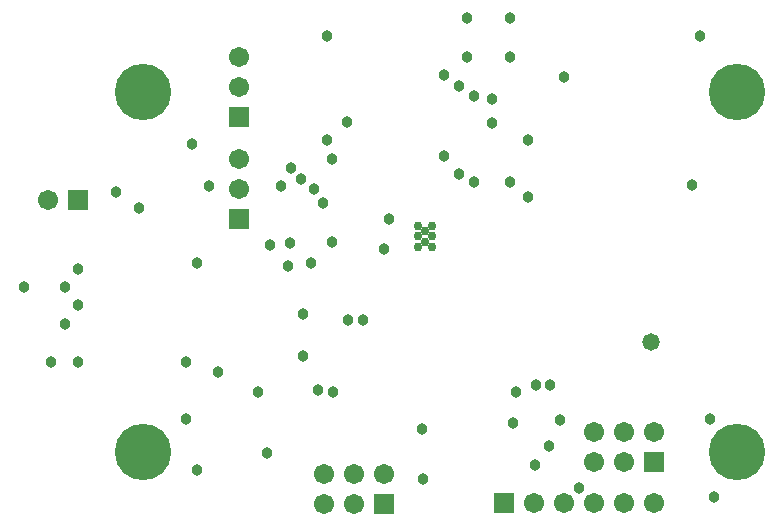
<source format=gbs>
G04*
G04 #@! TF.GenerationSoftware,Altium Limited,Altium Designer,20.1.8 (145)*
G04*
G04 Layer_Color=16711935*
%FSLAX25Y25*%
%MOIN*%
G70*
G04*
G04 #@! TF.SameCoordinates,6F670A74-5D77-4B1B-A970-1CA094F5BC2F*
G04*
G04*
G04 #@! TF.FilePolarity,Negative*
G04*
G01*
G75*
%ADD49R,0.06706X0.06706*%
%ADD50C,0.06706*%
%ADD51C,0.02965*%
%ADD52C,0.18800*%
%ADD53C,0.03800*%
%ADD54C,0.05800*%
D49*
X284000Y124000D02*
D03*
X234000Y110500D02*
D03*
X193833Y110000D02*
D03*
X145500Y239000D02*
D03*
Y205000D02*
D03*
X92000Y211500D02*
D03*
D50*
X284000Y134000D02*
D03*
X274000Y124000D02*
D03*
Y134000D02*
D03*
X264000Y124000D02*
D03*
Y134000D02*
D03*
X284000Y110500D02*
D03*
X274000D02*
D03*
X264000D02*
D03*
X254000D02*
D03*
X244000D02*
D03*
X193833Y120000D02*
D03*
X183833Y110000D02*
D03*
Y120000D02*
D03*
X173833Y110000D02*
D03*
Y120000D02*
D03*
X145500Y259000D02*
D03*
Y249000D02*
D03*
Y225000D02*
D03*
Y215000D02*
D03*
X82000Y211500D02*
D03*
D51*
X209800Y195800D02*
D03*
X209900Y199300D02*
D03*
X207500Y197500D02*
D03*
X209800Y202900D02*
D03*
X207500Y201000D02*
D03*
X205100Y195800D02*
D03*
Y199300D02*
D03*
Y202800D02*
D03*
D52*
X113500Y127500D02*
D03*
Y247500D02*
D03*
X311500D02*
D03*
Y127500D02*
D03*
D53*
X252500Y138000D02*
D03*
X237000Y137000D02*
D03*
X207000Y118500D02*
D03*
X244375Y123125D02*
D03*
X249326Y149673D02*
D03*
X244500Y149705D02*
D03*
X259000Y115500D02*
D03*
X302500Y138500D02*
D03*
X304000Y112500D02*
D03*
X206500Y135000D02*
D03*
X167000Y159500D02*
D03*
X152000Y147500D02*
D03*
X162500Y197000D02*
D03*
X169500Y190500D02*
D03*
X187000Y171500D02*
D03*
X128000Y138500D02*
D03*
X172000Y148000D02*
D03*
X177000Y147500D02*
D03*
X156000Y196500D02*
D03*
X155000Y127000D02*
D03*
X162000Y189500D02*
D03*
X167000Y173500D02*
D03*
X182000Y171500D02*
D03*
X238000Y147500D02*
D03*
X249000Y129500D02*
D03*
X131500Y121500D02*
D03*
Y190500D02*
D03*
X135500Y216000D02*
D03*
X230000Y237000D02*
D03*
X181500Y237500D02*
D03*
X230000Y245000D02*
D03*
X221500Y259000D02*
D03*
X224000Y246000D02*
D03*
X221500Y272000D02*
D03*
X219000Y249500D02*
D03*
X214000Y253000D02*
D03*
Y226000D02*
D03*
X219000Y220000D02*
D03*
X224000Y217500D02*
D03*
X236000Y259000D02*
D03*
X242000Y231500D02*
D03*
X254000Y252500D02*
D03*
X236000Y272000D02*
D03*
X195500Y205000D02*
D03*
X159500Y216000D02*
D03*
X242000Y212500D02*
D03*
X236000Y217500D02*
D03*
X166199Y218500D02*
D03*
X173500Y210500D02*
D03*
X170500Y215000D02*
D03*
X163000Y222000D02*
D03*
X128000Y157500D02*
D03*
X296500Y216500D02*
D03*
X299330Y266000D02*
D03*
X175000Y231500D02*
D03*
Y266000D02*
D03*
X176396Y197400D02*
D03*
X92000Y157500D02*
D03*
X138500Y154000D02*
D03*
X92000Y176500D02*
D03*
X87500Y170000D02*
D03*
Y182500D02*
D03*
X176396Y225104D02*
D03*
X104500Y214000D02*
D03*
X112346Y208846D02*
D03*
X129740Y230240D02*
D03*
X92000Y188500D02*
D03*
X83000Y157500D02*
D03*
X74000Y182500D02*
D03*
X194000Y195000D02*
D03*
D54*
X283000Y164000D02*
D03*
M02*

</source>
